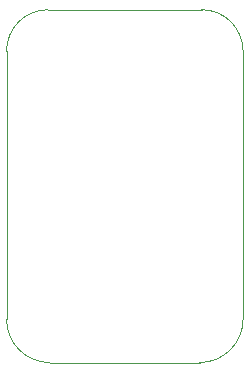
<source format=gbr>
%TF.GenerationSoftware,KiCad,Pcbnew,7.0.9*%
%TF.CreationDate,2024-01-22T18:23:32+13:00*%
%TF.ProjectId,rj45_breakout,726a3435-5f62-4726-9561-6b6f75742e6b,rev?*%
%TF.SameCoordinates,Original*%
%TF.FileFunction,Profile,NP*%
%FSLAX46Y46*%
G04 Gerber Fmt 4.6, Leading zero omitted, Abs format (unit mm)*
G04 Created by KiCad (PCBNEW 7.0.9) date 2024-01-22 18:23:32*
%MOMM*%
%LPD*%
G01*
G04 APERTURE LIST*
%TA.AperFunction,Profile*%
%ADD10C,0.100000*%
%TD*%
G04 APERTURE END LIST*
D10*
X59025126Y-30500000D02*
G75*
G03*
X55525126Y-27000000I-3499999J1D01*
G01*
X42500000Y-27000000D02*
X55525126Y-27000000D01*
X42500000Y-27000000D02*
G75*
G03*
X39000000Y-30500000I0J-3500000D01*
G01*
X42674874Y-56874874D02*
X55350252Y-56874874D01*
X59025126Y-53200000D02*
X59025126Y-30500000D01*
X55350252Y-56874900D02*
G75*
G03*
X59025126Y-53200000I-26J3674900D01*
G01*
X39000000Y-53200000D02*
X39000000Y-30500000D01*
X39000026Y-53200000D02*
G75*
G03*
X42674874Y-56874874I3674874J0D01*
G01*
M02*

</source>
